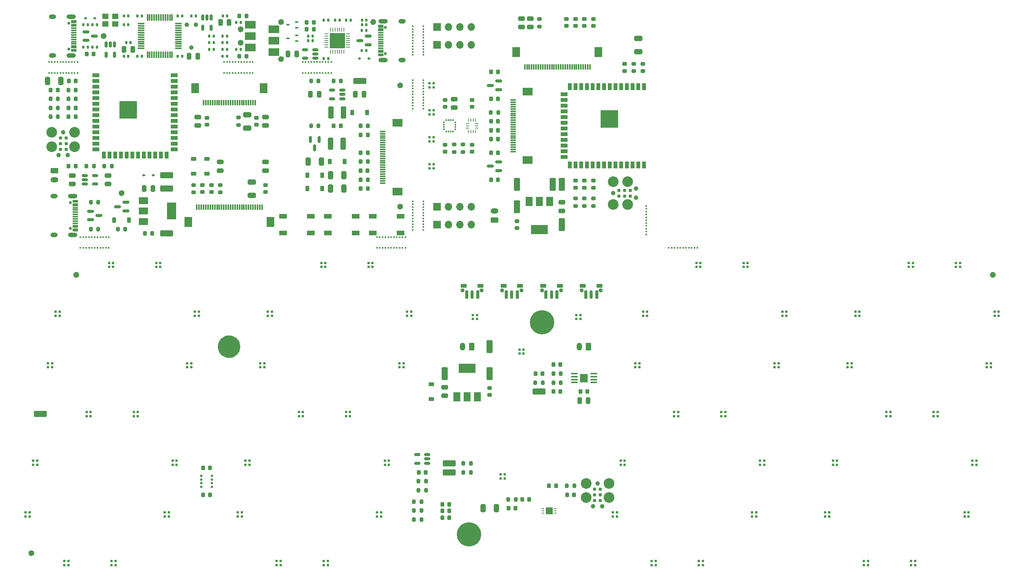
<source format=gbr>
G04 #@! TF.GenerationSoftware,KiCad,Pcbnew,7.0.4-40-g0180cb380f*
G04 #@! TF.CreationDate,2023-05-29T16:48:42-07:00*
G04 #@! TF.ProjectId,SevenSegment,53657665-6e53-4656-976d-656e742e6b69,rev?*
G04 #@! TF.SameCoordinates,Original*
G04 #@! TF.FileFunction,Soldermask,Top*
G04 #@! TF.FilePolarity,Negative*
%FSLAX46Y46*%
G04 Gerber Fmt 4.6, Leading zero omitted, Abs format (unit mm)*
G04 Created by KiCad (PCBNEW 7.0.4-40-g0180cb380f) date 2023-05-29 16:48:42*
%MOMM*%
%LPD*%
G01*
G04 APERTURE LIST*
G04 Aperture macros list*
%AMRoundRect*
0 Rectangle with rounded corners*
0 $1 Rounding radius*
0 $2 $3 $4 $5 $6 $7 $8 $9 X,Y pos of 4 corners*
0 Add a 4 corners polygon primitive as box body*
4,1,4,$2,$3,$4,$5,$6,$7,$8,$9,$2,$3,0*
0 Add four circle primitives for the rounded corners*
1,1,$1+$1,$2,$3*
1,1,$1+$1,$4,$5*
1,1,$1+$1,$6,$7*
1,1,$1+$1,$8,$9*
0 Add four rect primitives between the rounded corners*
20,1,$1+$1,$2,$3,$4,$5,0*
20,1,$1+$1,$4,$5,$6,$7,0*
20,1,$1+$1,$6,$7,$8,$9,0*
20,1,$1+$1,$8,$9,$2,$3,0*%
G04 Aperture macros list end*
%ADD10C,0.650000*%
%ADD11C,2.500000*%
%ADD12C,0.380000*%
%ADD13C,0.600000*%
%ADD14R,3.900000X3.900000*%
%ADD15R,1.500000X0.900000*%
%ADD16R,0.900000X1.500000*%
%ADD17R,0.500000X0.500000*%
%ADD18RoundRect,0.218750X0.256250X-0.218750X0.256250X0.218750X-0.256250X0.218750X-0.256250X-0.218750X0*%
%ADD19RoundRect,0.200000X-0.200000X-0.275000X0.200000X-0.275000X0.200000X0.275000X-0.200000X0.275000X0*%
%ADD20C,0.900000*%
%ADD21RoundRect,0.187500X0.187500X0.712500X-0.187500X0.712500X-0.187500X-0.712500X0.187500X-0.712500X0*%
%ADD22RoundRect,0.150000X0.150000X0.750000X-0.150000X0.750000X-0.150000X-0.750000X0.150000X-0.750000X0*%
%ADD23RoundRect,0.225000X0.425000X0.225000X-0.425000X0.225000X-0.425000X-0.225000X0.425000X-0.225000X0*%
%ADD24RoundRect,0.200000X0.200000X0.275000X-0.200000X0.275000X-0.200000X-0.275000X0.200000X-0.275000X0*%
%ADD25C,1.152000*%
%ADD26RoundRect,0.225000X0.225000X0.250000X-0.225000X0.250000X-0.225000X-0.250000X0.225000X-0.250000X0*%
%ADD27RoundRect,0.150000X0.512500X0.150000X-0.512500X0.150000X-0.512500X-0.150000X0.512500X-0.150000X0*%
%ADD28RoundRect,0.250000X0.375000X1.075000X-0.375000X1.075000X-0.375000X-1.075000X0.375000X-1.075000X0*%
%ADD29RoundRect,0.140000X-0.140000X-0.170000X0.140000X-0.170000X0.140000X0.170000X-0.140000X0.170000X0*%
%ADD30RoundRect,0.225000X-0.250000X0.225000X-0.250000X-0.225000X0.250000X-0.225000X0.250000X0.225000X0*%
%ADD31RoundRect,0.200000X-0.275000X0.200000X-0.275000X-0.200000X0.275000X-0.200000X0.275000X0.200000X0*%
%ADD32RoundRect,0.250000X0.250000X0.475000X-0.250000X0.475000X-0.250000X-0.475000X0.250000X-0.475000X0*%
%ADD33RoundRect,0.140000X0.140000X0.170000X-0.140000X0.170000X-0.140000X-0.170000X0.140000X-0.170000X0*%
%ADD34RoundRect,0.250000X-0.250000X-0.475000X0.250000X-0.475000X0.250000X0.475000X-0.250000X0.475000X0*%
%ADD35RoundRect,0.200000X0.275000X-0.200000X0.275000X0.200000X-0.275000X0.200000X-0.275000X-0.200000X0*%
%ADD36RoundRect,0.135000X-0.135000X-0.185000X0.135000X-0.185000X0.135000X0.185000X-0.135000X0.185000X0*%
%ADD37RoundRect,0.135000X0.135000X0.185000X-0.135000X0.185000X-0.135000X-0.185000X0.135000X-0.185000X0*%
%ADD38RoundRect,0.218750X0.218750X0.256250X-0.218750X0.256250X-0.218750X-0.256250X0.218750X-0.256250X0*%
%ADD39RoundRect,0.250000X-0.475000X0.250000X-0.475000X-0.250000X0.475000X-0.250000X0.475000X0.250000X0*%
%ADD40R,1.800000X1.100000*%
%ADD41RoundRect,0.225000X0.250000X-0.225000X0.250000X0.225000X-0.250000X0.225000X-0.250000X-0.225000X0*%
%ADD42RoundRect,0.250000X0.450000X-1.175000X0.450000X1.175000X-0.450000X1.175000X-0.450000X-1.175000X0*%
%ADD43C,0.800000*%
%ADD44C,5.400000*%
%ADD45RoundRect,0.250000X-1.175000X-0.450000X1.175000X-0.450000X1.175000X0.450000X-1.175000X0.450000X0*%
%ADD46RoundRect,0.250000X0.325000X0.650000X-0.325000X0.650000X-0.325000X-0.650000X0.325000X-0.650000X0*%
%ADD47RoundRect,0.225000X-0.225000X-0.250000X0.225000X-0.250000X0.225000X0.250000X-0.225000X0.250000X0*%
%ADD48RoundRect,0.218750X-0.218750X-0.256250X0.218750X-0.256250X0.218750X0.256250X-0.218750X0.256250X0*%
%ADD49RoundRect,0.250000X0.475000X-0.250000X0.475000X0.250000X-0.475000X0.250000X-0.475000X-0.250000X0*%
%ADD50R,0.250000X0.675000*%
%ADD51R,0.675000X0.250000*%
%ADD52R,1.700000X1.700000*%
%ADD53O,1.700000X1.700000*%
%ADD54C,2.374900*%
%ADD55C,0.990600*%
%ADD56C,0.787400*%
%ADD57RoundRect,0.150000X-0.150000X0.512500X-0.150000X-0.512500X0.150000X-0.512500X0.150000X0.512500X0*%
%ADD58RoundRect,0.225000X0.225000X0.375000X-0.225000X0.375000X-0.225000X-0.375000X0.225000X-0.375000X0*%
%ADD59RoundRect,0.150000X0.587500X0.150000X-0.587500X0.150000X-0.587500X-0.150000X0.587500X-0.150000X0*%
%ADD60RoundRect,0.125000X-0.137500X0.125000X-0.137500X-0.125000X0.137500X-0.125000X0.137500X0.125000X0*%
%ADD61RoundRect,0.225000X-0.375000X0.225000X-0.375000X-0.225000X0.375000X-0.225000X0.375000X0.225000X0*%
%ADD62RoundRect,0.100000X-0.625000X-0.100000X0.625000X-0.100000X0.625000X0.100000X-0.625000X0.100000X0*%
%ADD63R,1.680000X1.880000*%
%ADD64R,0.300000X0.450000*%
%ADD65R,0.450000X0.300000*%
%ADD66RoundRect,0.250000X-0.325000X-0.650000X0.325000X-0.650000X0.325000X0.650000X-0.325000X0.650000X0*%
%ADD67R,1.300000X0.300000*%
%ADD68R,2.200000X1.800000*%
%ADD69RoundRect,0.150000X-0.587500X-0.150000X0.587500X-0.150000X0.587500X0.150000X-0.587500X0.150000X0*%
%ADD70RoundRect,0.250000X0.650000X-0.325000X0.650000X0.325000X-0.650000X0.325000X-0.650000X-0.325000X0*%
%ADD71RoundRect,0.150000X-0.150000X0.587500X-0.150000X-0.587500X0.150000X-0.587500X0.150000X0.587500X0*%
%ADD72R,2.340000X1.700000*%
%ADD73RoundRect,0.112500X0.187500X0.112500X-0.187500X0.112500X-0.187500X-0.112500X0.187500X-0.112500X0*%
%ADD74RoundRect,0.062500X0.337500X0.062500X-0.337500X0.062500X-0.337500X-0.062500X0.337500X-0.062500X0*%
%ADD75RoundRect,0.062500X0.062500X0.337500X-0.062500X0.337500X-0.062500X-0.337500X0.062500X-0.337500X0*%
%ADD76R,3.350000X3.350000*%
%ADD77RoundRect,0.250000X0.625000X-0.350000X0.625000X0.350000X-0.625000X0.350000X-0.625000X-0.350000X0*%
%ADD78O,1.750000X1.200000*%
%ADD79C,0.650000*%
%ADD80R,1.150000X0.300000*%
%ADD81O,2.100000X1.000000*%
%ADD82O,1.600000X1.000000*%
%ADD83RoundRect,0.112500X-0.187500X-0.112500X0.187500X-0.112500X0.187500X0.112500X-0.187500X0.112500X0*%
%ADD84R,0.700000X0.450000*%
%ADD85R,1.800000X2.200000*%
%ADD86R,0.300000X1.300000*%
%ADD87RoundRect,0.150000X-0.512500X-0.150000X0.512500X-0.150000X0.512500X0.150000X-0.512500X0.150000X0*%
%ADD88RoundRect,0.250000X-0.375000X-1.075000X0.375000X-1.075000X0.375000X1.075000X-0.375000X1.075000X0*%
%ADD89RoundRect,0.225000X-0.225000X-0.375000X0.225000X-0.375000X0.225000X0.375000X-0.225000X0.375000X0*%
%ADD90R,2.000000X1.500000*%
%ADD91R,2.000000X3.800000*%
%ADD92RoundRect,0.075000X-0.662500X-0.075000X0.662500X-0.075000X0.662500X0.075000X-0.662500X0.075000X0*%
%ADD93RoundRect,0.075000X-0.075000X-0.662500X0.075000X-0.662500X0.075000X0.662500X-0.075000X0.662500X0*%
%ADD94RoundRect,0.225000X0.375000X-0.225000X0.375000X0.225000X-0.375000X0.225000X-0.375000X-0.225000X0*%
%ADD95R,1.500000X2.000000*%
%ADD96R,3.800000X2.000000*%
%ADD97RoundRect,0.250000X-0.625000X0.350000X-0.625000X-0.350000X0.625000X-0.350000X0.625000X0.350000X0*%
%ADD98R,0.550000X0.250000*%
%ADD99R,1.600000X1.600000*%
%ADD100R,1.400000X1.200000*%
%ADD101RoundRect,0.250000X-0.650000X0.325000X-0.650000X-0.325000X0.650000X-0.325000X0.650000X0.325000X0*%
%ADD102RoundRect,0.250000X0.350000X0.625000X-0.350000X0.625000X-0.350000X-0.625000X0.350000X-0.625000X0*%
%ADD103O,1.200000X1.750000*%
G04 APERTURE END LIST*
D10*
X-130755000Y-180200000D02*
G75*
G03*
X-130755000Y-180200000I-325000J0D01*
G01*
X-84175000Y-63500000D02*
G75*
G03*
X-84175000Y-63500000I-325000J0D01*
G01*
D11*
X-85830000Y-134200000D02*
G75*
G03*
X-85830000Y-134200000I-1250000J0D01*
G01*
D10*
X-48675000Y-76000000D02*
G75*
G03*
X-48675000Y-76000000I-325000J0D01*
G01*
X-114675000Y-65000000D02*
G75*
G03*
X-114675000Y-65000000I-325000J0D01*
G01*
X-75175000Y-61875000D02*
G75*
G03*
X-75175000Y-61875000I-325000J0D01*
G01*
X-84175000Y-66500000D02*
G75*
G03*
X-84175000Y-66500000I-325000J0D01*
G01*
X-54675000Y-61875000D02*
G75*
G03*
X-54675000Y-61875000I-325000J0D01*
G01*
X83245000Y-118200000D02*
G75*
G03*
X83245000Y-118200000I-325000J0D01*
G01*
X-75175000Y-70125000D02*
G75*
G03*
X-75175000Y-70125000I-325000J0D01*
G01*
X-120755000Y-118200000D02*
G75*
G03*
X-120755000Y-118200000I-325000J0D01*
G01*
X-110675000Y-100000000D02*
G75*
G03*
X-110675000Y-100000000I-325000J0D01*
G01*
X-48675000Y-103000000D02*
G75*
G03*
X-48675000Y-103000000I-325000J0D01*
G01*
D12*
X5810000Y-109175000D03*
X5810000Y-108540000D03*
X5810000Y-107905000D03*
X5810000Y-107270000D03*
X5810000Y-106635000D03*
X5810000Y-106000000D03*
X5810000Y-105365000D03*
X5810000Y-104730000D03*
X5810000Y-104095000D03*
X5810000Y-103460000D03*
X5810000Y-102825000D03*
X17175000Y-112190000D03*
X16540000Y-112190000D03*
X15905000Y-112190000D03*
X15270000Y-112190000D03*
X14635000Y-112190000D03*
X14000000Y-112190000D03*
X13365000Y-112190000D03*
X12730000Y-112190000D03*
X12095000Y-112190000D03*
X11460000Y-112190000D03*
X10825000Y-112190000D03*
D13*
X-108100000Y-82160000D03*
X-108100000Y-80760000D03*
X-108800000Y-82860000D03*
X-108800000Y-81460000D03*
X-108800000Y-80060000D03*
X-109500000Y-82160000D03*
D14*
X-109500000Y-81460000D03*
D13*
X-109500000Y-80760000D03*
X-110200000Y-82860000D03*
X-110200000Y-81460000D03*
X-110200000Y-80060000D03*
X-110900000Y-82160000D03*
X-110900000Y-80760000D03*
D15*
X-99250000Y-73740000D03*
X-99250000Y-75010000D03*
X-99250000Y-76280000D03*
X-99250000Y-77550000D03*
X-99250000Y-78820000D03*
X-99250000Y-80090000D03*
X-99250000Y-81360000D03*
X-99250000Y-82630000D03*
X-99250000Y-83900000D03*
X-99250000Y-85170000D03*
X-99250000Y-86440000D03*
X-99250000Y-87710000D03*
X-99250000Y-88980000D03*
X-99250000Y-90250000D03*
D16*
X-101015000Y-91500000D03*
X-102285000Y-91500000D03*
X-103555000Y-91500000D03*
X-104825000Y-91500000D03*
X-106095000Y-91500000D03*
X-107365000Y-91500000D03*
X-108635000Y-91500000D03*
X-109905000Y-91500000D03*
X-111175000Y-91500000D03*
X-112445000Y-91500000D03*
X-113715000Y-91500000D03*
X-114985000Y-91500000D03*
D15*
X-116750000Y-90250000D03*
X-116750000Y-88980000D03*
X-116750000Y-87710000D03*
X-116750000Y-86440000D03*
X-116750000Y-85170000D03*
X-116750000Y-83900000D03*
X-116750000Y-82630000D03*
X-116750000Y-81360000D03*
X-116750000Y-80090000D03*
X-116750000Y-78820000D03*
X-116750000Y-77550000D03*
X-116750000Y-76280000D03*
X-116750000Y-75010000D03*
X-116750000Y-73740000D03*
D12*
X-127175000Y-70810000D03*
X-126540000Y-70810000D03*
X-125905000Y-70810000D03*
X-125270000Y-70810000D03*
X-124635000Y-70810000D03*
X-124000000Y-70810000D03*
X-123365000Y-70810000D03*
X-122730000Y-70810000D03*
X-122095000Y-70810000D03*
X-121460000Y-70810000D03*
X-120825000Y-70810000D03*
X-120825000Y-73190000D03*
X-121460000Y-73190000D03*
X-122095000Y-73190000D03*
X-122730000Y-73190000D03*
X-123365000Y-73190000D03*
X-124000000Y-73190000D03*
X-124635000Y-73190000D03*
X-125270000Y-73190000D03*
X-125905000Y-73190000D03*
X-126540000Y-73190000D03*
X-127175000Y-73190000D03*
X-43810000Y-62825000D03*
X-43810000Y-63460000D03*
X-43810000Y-64095000D03*
X-43810000Y-64730000D03*
X-43810000Y-65365000D03*
X-43810000Y-66000000D03*
X-43810000Y-66635000D03*
X-43810000Y-67270000D03*
X-43810000Y-67905000D03*
X-43810000Y-68540000D03*
X-43810000Y-69175000D03*
X-46190000Y-62825000D03*
X-46190000Y-63460000D03*
X-46190000Y-64095000D03*
X-46190000Y-64730000D03*
X-46190000Y-65365000D03*
X-46190000Y-66000000D03*
X-46190000Y-66635000D03*
X-46190000Y-67270000D03*
X-46190000Y-67905000D03*
X-46190000Y-68540000D03*
X-46190000Y-69175000D03*
X-70675000Y-70810000D03*
X-70040000Y-70810000D03*
X-69405000Y-70810000D03*
X-68770000Y-70810000D03*
X-68135000Y-70810000D03*
X-67500000Y-70810000D03*
X-66865000Y-70810000D03*
X-66230000Y-70810000D03*
X-65595000Y-70810000D03*
X-64960000Y-70810000D03*
X-64325000Y-70810000D03*
X-64325000Y-73190000D03*
X-64960000Y-73190000D03*
X-65595000Y-73190000D03*
X-66230000Y-73190000D03*
X-66865000Y-73190000D03*
X-67500000Y-73190000D03*
X-68135000Y-73190000D03*
X-68770000Y-73190000D03*
X-69405000Y-73190000D03*
X-70040000Y-73190000D03*
X-70675000Y-73190000D03*
X-81825000Y-70810000D03*
X-82460000Y-70810000D03*
X-83095000Y-70810000D03*
X-83730000Y-70810000D03*
X-84365000Y-70810000D03*
X-85000000Y-70810000D03*
X-85635000Y-70810000D03*
X-86270000Y-70810000D03*
X-86905000Y-70810000D03*
X-87540000Y-70810000D03*
X-88175000Y-70810000D03*
X-88175000Y-73190000D03*
X-87540000Y-73190000D03*
X-86905000Y-73190000D03*
X-86270000Y-73190000D03*
X-85635000Y-73190000D03*
X-85000000Y-73190000D03*
X-84365000Y-73190000D03*
X-83730000Y-73190000D03*
X-83095000Y-73190000D03*
X-82460000Y-73190000D03*
X-81825000Y-73190000D03*
D16*
X5260000Y-76250000D03*
X3990000Y-76250000D03*
X2720000Y-76250000D03*
X1450000Y-76250000D03*
X180000Y-76250000D03*
X-1090000Y-76250000D03*
X-2360000Y-76250000D03*
X-3630000Y-76250000D03*
X-4900000Y-76250000D03*
X-6170000Y-76250000D03*
X-7440000Y-76250000D03*
X-8710000Y-76250000D03*
X-9980000Y-76250000D03*
X-11250000Y-76250000D03*
D15*
X-12500000Y-78015000D03*
X-12500000Y-79285000D03*
X-12500000Y-80555000D03*
X-12500000Y-81825000D03*
X-12500000Y-83095000D03*
X-12500000Y-84365000D03*
X-12500000Y-85635000D03*
X-12500000Y-86905000D03*
X-12500000Y-88175000D03*
X-12500000Y-89445000D03*
X-12500000Y-90715000D03*
X-12500000Y-91985000D03*
D16*
X-11250000Y-93750000D03*
X-9980000Y-93750000D03*
X-8710000Y-93750000D03*
X-7440000Y-93750000D03*
X-6170000Y-93750000D03*
X-4900000Y-93750000D03*
X-3630000Y-93750000D03*
X-2360000Y-93750000D03*
X-1090000Y-93750000D03*
X180000Y-93750000D03*
X1450000Y-93750000D03*
X2720000Y-93750000D03*
X3990000Y-93750000D03*
X5260000Y-93750000D03*
D13*
X-1760000Y-82100000D03*
X-3160000Y-82100000D03*
X-1060000Y-82800000D03*
X-2460000Y-82800000D03*
X-3860000Y-82800000D03*
X-1760000Y-83500000D03*
D14*
X-2460000Y-83500000D03*
D13*
X-3160000Y-83500000D03*
X-1060000Y-84200000D03*
X-2460000Y-84200000D03*
X-3860000Y-84200000D03*
X-1760000Y-84900000D03*
X-3160000Y-84900000D03*
D12*
X-43810000Y-101825000D03*
X-43810000Y-102460000D03*
X-43810000Y-103095000D03*
X-43810000Y-103730000D03*
X-43810000Y-104365000D03*
X-43810000Y-105000000D03*
X-43810000Y-105635000D03*
X-43810000Y-106270000D03*
X-43810000Y-106905000D03*
X-43810000Y-107540000D03*
X-43810000Y-108175000D03*
X-46190000Y-108175000D03*
X-46190000Y-107540000D03*
X-46190000Y-106905000D03*
X-46190000Y-106270000D03*
X-46190000Y-105635000D03*
X-46190000Y-105000000D03*
X-46190000Y-104365000D03*
X-46190000Y-103730000D03*
X-46190000Y-103095000D03*
X-46190000Y-102460000D03*
X-46190000Y-101825000D03*
X-54175000Y-112190000D03*
X-53540000Y-112190000D03*
X-52905000Y-112190000D03*
X-52270000Y-112190000D03*
X-51635000Y-112190000D03*
X-51000000Y-112190000D03*
X-50365000Y-112190000D03*
X-49730000Y-112190000D03*
X-49095000Y-112190000D03*
X-48460000Y-112190000D03*
X-47825000Y-112190000D03*
X-47825000Y-109810000D03*
X-48460000Y-109810000D03*
X-49095000Y-109810000D03*
X-49730000Y-109810000D03*
X-50365000Y-109810000D03*
X-51000000Y-109810000D03*
X-51635000Y-109810000D03*
X-52270000Y-109810000D03*
X-52905000Y-109810000D03*
X-53540000Y-109810000D03*
X-54175000Y-109810000D03*
X-113825000Y-112190000D03*
X-114460000Y-112190000D03*
X-115095000Y-112190000D03*
X-115730000Y-112190000D03*
X-116365000Y-112190000D03*
X-117000000Y-112190000D03*
X-117635000Y-112190000D03*
X-118270000Y-112190000D03*
X-118905000Y-112190000D03*
X-119540000Y-112190000D03*
X-120175000Y-112190000D03*
X-120175000Y-109810000D03*
X-119540000Y-109810000D03*
X-118905000Y-109810000D03*
X-118270000Y-109810000D03*
X-117635000Y-109810000D03*
X-117000000Y-109810000D03*
X-116365000Y-109810000D03*
X-115730000Y-109810000D03*
X-115095000Y-109810000D03*
X-114460000Y-109810000D03*
X-113825000Y-109810000D03*
X-43810000Y-81175000D03*
X-43810000Y-80540000D03*
X-43810000Y-79905000D03*
X-43810000Y-79270000D03*
X-43810000Y-78635000D03*
X-43810000Y-78000000D03*
X-43810000Y-77365000D03*
X-43810000Y-76730000D03*
X-43810000Y-76095000D03*
X-43810000Y-75460000D03*
X-43810000Y-74825000D03*
X-46190000Y-75460000D03*
X-46190000Y-79905000D03*
X-46190000Y-79270000D03*
X-46190000Y-78000000D03*
X-46190000Y-80540000D03*
X-46190000Y-77365000D03*
X-46190000Y-78635000D03*
X-46190000Y-76730000D03*
X-46190000Y-81175000D03*
X-46190000Y-76095000D03*
X-46190000Y-74825000D03*
D17*
X22470000Y-148750000D03*
X22470000Y-149650000D03*
X23370000Y-149650000D03*
X23370000Y-148750000D03*
X-132382000Y-172000000D03*
X-131482000Y-172000000D03*
X-131482000Y-171100000D03*
X-132382000Y-171100000D03*
D18*
X-10000000Y-98787500D03*
X-10000000Y-97212500D03*
D19*
X-11905000Y-165200000D03*
X-10255000Y-165200000D03*
D17*
X-42450000Y-88450000D03*
X-41550000Y-88450000D03*
X-41550000Y-87550000D03*
X-42450000Y-87550000D03*
D20*
X-13188000Y-121700000D03*
X-17438000Y-121700000D03*
D21*
X-14088000Y-122600000D03*
X-16538000Y-122600000D03*
D22*
X-15313000Y-122600000D03*
D23*
X-13463000Y-120650000D03*
X-17163000Y-120650000D03*
D24*
X-43255000Y-166200000D03*
X-44905000Y-166200000D03*
D25*
X-131080000Y-180200000D03*
D26*
X-13305000Y-138200000D03*
X-14855000Y-138200000D03*
D27*
X-64137500Y-78950000D03*
X-64137500Y-77050000D03*
X-61862500Y-77050000D03*
X-61862500Y-78000000D03*
X-61862500Y-78950000D03*
D17*
X-113800000Y-115550000D03*
X-113800000Y-116450000D03*
X-112900000Y-116450000D03*
X-112900000Y-115550000D03*
D28*
X-64450000Y-89000000D03*
X-61650000Y-89000000D03*
D24*
X-122825000Y-77000000D03*
X-121175000Y-77000000D03*
D29*
X-98480000Y-60500000D03*
X-97520000Y-60500000D03*
D30*
X-29080000Y-143425000D03*
X-29080000Y-144975000D03*
D17*
X16950000Y-115550000D03*
X16950000Y-116450000D03*
X17850000Y-116450000D03*
X17850000Y-115550000D03*
D24*
X-68825000Y-75000000D03*
X-67175000Y-75000000D03*
D25*
X-84500000Y-63500000D03*
D17*
X82498000Y-137900000D03*
X81598000Y-137900000D03*
X81598000Y-138800000D03*
X82498000Y-138800000D03*
D29*
X-57480000Y-61500000D03*
X-56520000Y-61500000D03*
D17*
X52322000Y-127300000D03*
X53222000Y-127300000D03*
X53222000Y-126400000D03*
X52322000Y-126400000D03*
X-125677000Y-127300000D03*
X-124777000Y-127300000D03*
X-124777000Y-126400000D03*
X-125677000Y-126400000D03*
D29*
X-57480000Y-62500000D03*
X-56520000Y-62500000D03*
D31*
X-85000000Y-84825000D03*
X-85000000Y-83175000D03*
D32*
X-68950000Y-78000000D03*
X-67050000Y-78000000D03*
D17*
X79242000Y-159600000D03*
X78342000Y-159600000D03*
X78342000Y-160500000D03*
X79242000Y-160500000D03*
D33*
X-106520000Y-60500000D03*
X-107480000Y-60500000D03*
D34*
X-73950000Y-69000000D03*
X-72050000Y-69000000D03*
D35*
X-37000000Y-90825000D03*
X-37000000Y-89175000D03*
D24*
X-44255000Y-170700000D03*
X-45905000Y-170700000D03*
D17*
X7890000Y-182850000D03*
X7890000Y-181950000D03*
X6990000Y-181950000D03*
X6990000Y-182850000D03*
D36*
X-91510000Y-68000000D03*
X-90490000Y-68000000D03*
D37*
X-118490000Y-67500000D03*
X-119510000Y-67500000D03*
D24*
X-44255000Y-172700000D03*
X-45905000Y-172700000D03*
D33*
X-60020000Y-61500000D03*
X-60980000Y-61500000D03*
D38*
X-117212500Y-69000000D03*
X-118787500Y-69000000D03*
D17*
X-80153000Y-138800000D03*
X-79253000Y-138800000D03*
X-79253000Y-137900000D03*
X-80153000Y-137900000D03*
D39*
X-37000000Y-79050000D03*
X-37000000Y-80950000D03*
D27*
X-67862500Y-69950000D03*
X-67862500Y-69000000D03*
X-67862500Y-68050000D03*
X-70137500Y-68050000D03*
X-70137500Y-69950000D03*
D19*
X-44905000Y-164200000D03*
X-43255000Y-164200000D03*
X-14905000Y-142200000D03*
X-13255000Y-142200000D03*
D17*
X69720000Y-148750000D03*
X69720000Y-149650000D03*
X70620000Y-149650000D03*
X70620000Y-148750000D03*
D20*
X-22022000Y-121700000D03*
X-26272000Y-121700000D03*
D21*
X-22922000Y-122600000D03*
X-25372000Y-122600000D03*
D22*
X-24147000Y-122600000D03*
D23*
X-22297000Y-120650000D03*
X-25997000Y-120650000D03*
D17*
X64200000Y-115550000D03*
X64200000Y-116450000D03*
X65100000Y-116450000D03*
X65100000Y-115550000D03*
D40*
X-68900000Y-108850000D03*
X-75100000Y-108850000D03*
X-68900000Y-105150000D03*
X-75100000Y-105150000D03*
D17*
X-130658000Y-160500000D03*
X-129758000Y-160500000D03*
X-129758000Y-159600000D03*
X-130658000Y-159600000D03*
X-71530000Y-148750000D03*
X-71530000Y-149650000D03*
X-70630000Y-149650000D03*
X-70630000Y-148750000D03*
X50597000Y-138800000D03*
X51497000Y-138800000D03*
X51497000Y-137900000D03*
X50597000Y-137900000D03*
X-51508000Y-159600000D03*
X-52408000Y-159600000D03*
X-52408000Y-160500000D03*
X-51508000Y-160500000D03*
X-53233000Y-171100000D03*
X-54133000Y-171100000D03*
X-54133000Y-172000000D03*
X-53233000Y-172000000D03*
D37*
X-84490000Y-62000000D03*
X-85510000Y-62000000D03*
D41*
X-10000000Y-62775000D03*
X-10000000Y-61225000D03*
D42*
X-15000000Y-98000000D03*
D43*
X-19405000Y-128780000D03*
X-18811891Y-127348109D03*
X-18811891Y-130211891D03*
X-17380000Y-126755000D03*
D44*
X-17380000Y-128780000D03*
D43*
X-17380000Y-130805000D03*
X-15948109Y-127348109D03*
X-15948109Y-130211891D03*
X-15355000Y-128780000D03*
D45*
X-101000000Y-109000000D03*
D32*
X-105950000Y-99000000D03*
X-104050000Y-99000000D03*
D46*
X-69475000Y-93000000D03*
X-66525000Y-93000000D03*
D47*
X-28775000Y-79000000D03*
X-27225000Y-79000000D03*
D40*
X-58900000Y-108850000D03*
X-65100000Y-108850000D03*
X-58900000Y-105150000D03*
X-65100000Y-105150000D03*
D34*
X-88950000Y-62000000D03*
X-87050000Y-62000000D03*
D48*
X-121212500Y-79000000D03*
X-122787500Y-79000000D03*
D39*
X-94000000Y-84950000D03*
X-94000000Y-83050000D03*
D26*
X-27225000Y-86000000D03*
X-28775000Y-86000000D03*
D17*
X36973000Y-126400000D03*
X36073000Y-126400000D03*
X36073000Y-127300000D03*
X36973000Y-127300000D03*
D49*
X-122000000Y-96050000D03*
X-122000000Y-97950000D03*
D17*
X-32790000Y-127150000D03*
X-32790000Y-128050000D03*
X-31890000Y-128050000D03*
X-31890000Y-127150000D03*
D47*
X-44855000Y-162200000D03*
X-43305000Y-162200000D03*
D50*
X-33750000Y-86262500D03*
X-33250000Y-86262500D03*
X-32750000Y-86262500D03*
X-32250000Y-86262500D03*
D51*
X-31987500Y-85500000D03*
X-31987500Y-85000000D03*
X-31987500Y-84500000D03*
D50*
X-32250000Y-83737500D03*
X-32750000Y-83737500D03*
X-33250000Y-83737500D03*
X-33750000Y-83737500D03*
D51*
X-34012500Y-84500000D03*
X-34012500Y-85000000D03*
X-34012500Y-85500000D03*
D19*
X-67175000Y-85000000D03*
X-68825000Y-85000000D03*
X-110175000Y-108000000D03*
X-111825000Y-108000000D03*
D52*
X-40800000Y-107000000D03*
D53*
X-38260000Y-107000000D03*
X-35720000Y-107000000D03*
X-33180000Y-107000000D03*
D35*
X-89000000Y-98175000D03*
X-89000000Y-99825000D03*
D33*
X-106520000Y-69500000D03*
X-107480000Y-69500000D03*
D17*
X-1632000Y-172000000D03*
X-732000Y-172000000D03*
X-732000Y-171100000D03*
X-1632000Y-171100000D03*
D54*
X-1540000Y-97460000D03*
D55*
X-1540000Y-100000000D03*
D54*
X-1540000Y-102540000D03*
X1635000Y-97460000D03*
X1635000Y-102540000D03*
D55*
X3540000Y-98984000D03*
X3540000Y-101016000D03*
D56*
X-270000Y-100635000D03*
X-270000Y-99365000D03*
X1000000Y-100635000D03*
X1000000Y-99365000D03*
X2270000Y-100635000D03*
X2270000Y-99365000D03*
D57*
X-91050000Y-60862500D03*
X-92000000Y-60862500D03*
X-92950000Y-60862500D03*
X-92950000Y-63137500D03*
X-91050000Y-63137500D03*
X-112550000Y-66862500D03*
X-113500000Y-66862500D03*
X-114450000Y-66862500D03*
X-114450000Y-69137500D03*
X-112550000Y-69137500D03*
D58*
X-59650000Y-82000000D03*
X-56350000Y-82000000D03*
D45*
X-38080000Y-160200000D03*
D24*
X-33255000Y-162200000D03*
X-34905000Y-162200000D03*
D52*
X-40800000Y-63000000D03*
D53*
X-38260000Y-63000000D03*
X-35720000Y-63000000D03*
X-33180000Y-63000000D03*
D32*
X-7130000Y-146200000D03*
X-9030000Y-146200000D03*
D36*
X-63510000Y-61500000D03*
X-62490000Y-61500000D03*
D47*
X-15855000Y-165200000D03*
X-14305000Y-165200000D03*
D38*
X-68212500Y-62000000D03*
X-69787500Y-62000000D03*
D26*
X-57775000Y-93000000D03*
X-56225000Y-93000000D03*
D17*
X45617000Y-172000000D03*
X46517000Y-172000000D03*
X46517000Y-171100000D03*
X45617000Y-171100000D03*
D59*
X-27062500Y-94950000D03*
X-27062500Y-93050000D03*
X-28937500Y-94000000D03*
D17*
X-46528000Y-126400000D03*
X-47428000Y-126400000D03*
X-47428000Y-127300000D03*
X-46528000Y-127300000D03*
D24*
X-117825000Y-108000000D03*
X-116175000Y-108000000D03*
D17*
X-9790000Y-127150000D03*
X-9790000Y-128050000D03*
X-8890000Y-128050000D03*
X-8890000Y-127150000D03*
D41*
X-79000000Y-98225000D03*
X-79000000Y-99775000D03*
D26*
X-7305000Y-144200000D03*
X-8855000Y-144200000D03*
D24*
X-44255000Y-168700000D03*
X-45905000Y-168700000D03*
D35*
X-95000000Y-98175000D03*
X-95000000Y-99825000D03*
D26*
X-17305000Y-140200000D03*
X-18855000Y-140200000D03*
D24*
X-117825000Y-102000000D03*
X-116175000Y-102000000D03*
D17*
X-25715000Y-162650000D03*
X-26615000Y-162650000D03*
X-26615000Y-163550000D03*
X-25715000Y-163550000D03*
D42*
X-23000000Y-103000000D03*
D17*
X31993000Y-159600000D03*
X31093000Y-159600000D03*
X31093000Y-160500000D03*
X31993000Y-160500000D03*
X-85133000Y-172000000D03*
X-84233000Y-172000000D03*
X-84233000Y-171100000D03*
X-85133000Y-171100000D03*
D37*
X-116490000Y-62500000D03*
X-117510000Y-62500000D03*
D56*
X-123365000Y-90270000D03*
X-124635000Y-90270000D03*
X-123365000Y-89000000D03*
X-124635000Y-89000000D03*
X-123365000Y-87730000D03*
X-124635000Y-87730000D03*
D55*
X-125016000Y-91540000D03*
X-122984000Y-91540000D03*
D54*
X-126540000Y-89635000D03*
X-121460000Y-89635000D03*
X-126540000Y-86460000D03*
D55*
X-124000000Y-86460000D03*
D54*
X-121460000Y-86460000D03*
D19*
X-24905000Y-168200000D03*
X-23255000Y-168200000D03*
D60*
X-90892500Y-163000000D03*
X-90892500Y-163800000D03*
X-90892500Y-164600000D03*
X-90892500Y-165400000D03*
X-93267500Y-165400000D03*
X-93267500Y-164600000D03*
X-93267500Y-163800000D03*
X-93267500Y-163000000D03*
D17*
X-118780000Y-148750000D03*
X-118780000Y-149650000D03*
X-117880000Y-149650000D03*
X-117880000Y-148750000D03*
D61*
X-42080000Y-142550000D03*
X-42080000Y-145850000D03*
D42*
X-29080000Y-140200000D03*
D62*
X-10230000Y-140225000D03*
X-10230000Y-140875000D03*
X-10230000Y-141525000D03*
X-10230000Y-142175000D03*
X-5930000Y-142175000D03*
X-5930000Y-141525000D03*
X-5930000Y-140875000D03*
X-5930000Y-140225000D03*
D63*
X-8080000Y-141200000D03*
D17*
X74700000Y-115550000D03*
X74700000Y-116450000D03*
X75600000Y-116450000D03*
X75600000Y-115550000D03*
D41*
X-12000000Y-62775000D03*
X-12000000Y-61225000D03*
D20*
X-30855000Y-121700000D03*
X-35105000Y-121700000D03*
D21*
X-31755000Y-122600000D03*
X-34205000Y-122600000D03*
D22*
X-32980000Y-122600000D03*
D23*
X-31130000Y-120650000D03*
X-34830000Y-120650000D03*
D37*
X-84490000Y-68000000D03*
X-85510000Y-68000000D03*
D64*
X-38750000Y-86275000D03*
X-38250000Y-86275000D03*
X-37750000Y-86275000D03*
X-37250000Y-86275000D03*
D65*
X-36725000Y-85750000D03*
X-36725000Y-85250000D03*
X-36725000Y-84750000D03*
X-36725000Y-84250000D03*
D64*
X-37250000Y-83725000D03*
X-37750000Y-83725000D03*
X-38250000Y-83725000D03*
X-38750000Y-83725000D03*
D65*
X-39275000Y-84250000D03*
X-39275000Y-84750000D03*
X-39275000Y-85250000D03*
X-39275000Y-85750000D03*
D37*
X-68490000Y-65000000D03*
X-69510000Y-65000000D03*
D36*
X-66010000Y-61500000D03*
X-64990000Y-61500000D03*
D26*
X-13305000Y-144200000D03*
X-14855000Y-144200000D03*
D37*
X-118490000Y-62500000D03*
X-119510000Y-62500000D03*
D66*
X-61525000Y-99000000D03*
X-64475000Y-99000000D03*
D67*
X-23850000Y-90750000D03*
X-23850000Y-90250000D03*
X-23850000Y-89750000D03*
X-23850000Y-89250000D03*
X-23850000Y-88750000D03*
X-23850000Y-88250000D03*
X-23850000Y-87750000D03*
X-23850000Y-87250000D03*
X-23850000Y-86750000D03*
X-23850000Y-86250000D03*
X-23850000Y-85750000D03*
X-23850000Y-85250000D03*
X-23850000Y-84750000D03*
X-23850000Y-84250000D03*
X-23850000Y-83750000D03*
X-23850000Y-83250000D03*
X-23850000Y-82750000D03*
X-23850000Y-82250000D03*
X-23850000Y-81750000D03*
X-23850000Y-81250000D03*
X-23850000Y-80750000D03*
X-23850000Y-80250000D03*
X-23850000Y-79750000D03*
X-23850000Y-79250000D03*
D68*
X-20600000Y-92650000D03*
X-20600000Y-77350000D03*
D26*
X-126775000Y-77000000D03*
X-125225000Y-77000000D03*
D69*
X-118937500Y-64050000D03*
X-118937500Y-65950000D03*
X-117062500Y-65000000D03*
D25*
X-49000000Y-76000000D03*
D36*
X-57510000Y-63750000D03*
X-56490000Y-63750000D03*
D35*
X-18000000Y-62875000D03*
X-18000000Y-61225000D03*
D42*
X-39080000Y-140200000D03*
D36*
X-88510000Y-69500000D03*
X-87490000Y-69500000D03*
D19*
X-113175000Y-94000000D03*
X-114825000Y-94000000D03*
D25*
X-115000000Y-65000000D03*
D47*
X-56225000Y-85000000D03*
X-57775000Y-85000000D03*
D38*
X-68212500Y-63500000D03*
X-69787500Y-63500000D03*
D70*
X-82000000Y-97525000D03*
X-82000000Y-100475000D03*
D17*
X30268000Y-171100000D03*
X29368000Y-171100000D03*
X29368000Y-172000000D03*
X30268000Y-172000000D03*
D71*
X-68000000Y-89937500D03*
X-68950000Y-88062500D03*
X-67050000Y-88062500D03*
D72*
X-77130000Y-68545000D03*
X-77130000Y-66005000D03*
X-77130000Y-63465000D03*
D26*
X-57775000Y-87000000D03*
X-56225000Y-87000000D03*
D73*
X-55950000Y-70000000D03*
X-58050000Y-70000000D03*
D74*
X-60550000Y-67500000D03*
X-60550000Y-67000000D03*
X-60550000Y-66500000D03*
X-60550000Y-66000000D03*
X-60550000Y-65500000D03*
X-60550000Y-65000000D03*
X-60550000Y-64500000D03*
D75*
X-61500000Y-63550000D03*
X-62000000Y-63550000D03*
X-62500000Y-63550000D03*
X-63000000Y-63550000D03*
X-63500000Y-63550000D03*
X-64000000Y-63550000D03*
X-64500000Y-63550000D03*
D74*
X-65450000Y-64500000D03*
X-65450000Y-65000000D03*
X-65450000Y-65500000D03*
X-65450000Y-66000000D03*
X-65450000Y-66500000D03*
X-65450000Y-67000000D03*
X-65450000Y-67500000D03*
D75*
X-64500000Y-68450000D03*
X-64000000Y-68450000D03*
X-63500000Y-68450000D03*
X-63000000Y-68450000D03*
X-62500000Y-68450000D03*
X-62000000Y-68450000D03*
X-61500000Y-68450000D03*
D76*
X-63000000Y-66000000D03*
D29*
X-65980000Y-70000000D03*
X-65020000Y-70000000D03*
D31*
X3000000Y-71175000D03*
X3000000Y-72825000D03*
D25*
X-75500000Y-61875000D03*
D59*
X-56062500Y-66950000D03*
X-56062500Y-65050000D03*
X-57937500Y-66000000D03*
D36*
X-91510000Y-66500000D03*
X-90490000Y-66500000D03*
D77*
X-28000000Y-106000000D03*
D78*
X-28000000Y-104000000D03*
D17*
X-61030000Y-148750000D03*
X-61030000Y-149650000D03*
X-60130000Y-149650000D03*
X-60130000Y-148750000D03*
X93000Y-160500000D03*
X993000Y-160500000D03*
X993000Y-159600000D03*
X93000Y-159600000D03*
D58*
X-64650000Y-93000000D03*
X-61350000Y-93000000D03*
D17*
X55140000Y-182850000D03*
X55140000Y-181950000D03*
X54240000Y-181950000D03*
X54240000Y-182850000D03*
D79*
X-52280000Y-68890000D03*
X-52280000Y-63110000D03*
D80*
X-53345000Y-69350000D03*
X-53345000Y-68550000D03*
X-53345000Y-67250000D03*
X-53345000Y-66250000D03*
X-53345000Y-65750000D03*
X-53345000Y-64750000D03*
X-53345000Y-63450000D03*
X-53345000Y-62650000D03*
X-53345000Y-62950000D03*
X-53345000Y-63750000D03*
X-53345000Y-64250000D03*
X-53345000Y-65250000D03*
X-53345000Y-66750000D03*
X-53345000Y-67750000D03*
X-53345000Y-68250000D03*
X-53345000Y-69050000D03*
D81*
X-52780000Y-70320000D03*
D82*
X-48600000Y-70320000D03*
D81*
X-52780000Y-61680000D03*
D82*
X-48600000Y-61680000D03*
D17*
X47342000Y-160500000D03*
X48242000Y-160500000D03*
X48242000Y-159600000D03*
X47342000Y-159600000D03*
D83*
X-119050000Y-61000000D03*
X-116950000Y-61000000D03*
D52*
X-40800000Y-103000000D03*
D53*
X-38260000Y-103000000D03*
X-35720000Y-103000000D03*
X-33180000Y-103000000D03*
D59*
X-27062500Y-76950000D03*
X-27062500Y-75050000D03*
X-28937500Y-76000000D03*
D24*
X-63825000Y-75000000D03*
X-62175000Y-75000000D03*
D29*
X-88480000Y-60500000D03*
X-87520000Y-60500000D03*
D43*
X-35705000Y-176000000D03*
X-35111891Y-174568109D03*
X-35111891Y-177431891D03*
X-33680000Y-173975000D03*
D44*
X-33680000Y-176000000D03*
D43*
X-33680000Y-178025000D03*
X-32248109Y-174568109D03*
X-32248109Y-177431891D03*
X-31655000Y-176000000D03*
D37*
X-87490000Y-65000000D03*
X-88510000Y-65000000D03*
D49*
X-89000000Y-93050000D03*
X-89000000Y-94950000D03*
D17*
X77517000Y-171100000D03*
X76617000Y-171100000D03*
X76617000Y-172000000D03*
X77517000Y-172000000D03*
X35248000Y-137900000D03*
X34348000Y-137900000D03*
X34348000Y-138800000D03*
X35248000Y-138800000D03*
D49*
X-20000000Y-63000000D03*
X-20000000Y-61100000D03*
D32*
X-58950000Y-78000000D03*
X-57050000Y-78000000D03*
D84*
X-72000000Y-66150000D03*
X-72000000Y-64850000D03*
X-74000000Y-65500000D03*
D17*
X-48253000Y-137900000D03*
X-49153000Y-137900000D03*
X-49153000Y-138800000D03*
X-48253000Y-138800000D03*
D48*
X-121212500Y-81000000D03*
X-122787500Y-81000000D03*
D17*
X-56050000Y-115550000D03*
X-56050000Y-116450000D03*
X-55150000Y-116450000D03*
X-55150000Y-115550000D03*
D46*
X-27605000Y-170200000D03*
X-30555000Y-170200000D03*
D17*
X18390000Y-182850000D03*
X18390000Y-181950000D03*
X17490000Y-181950000D03*
X17490000Y-182850000D03*
D26*
X-57775000Y-99000000D03*
X-56225000Y-99000000D03*
D42*
X-13000000Y-107000000D03*
D39*
X-79000000Y-84950000D03*
X-79000000Y-83050000D03*
D36*
X-95510000Y-60500000D03*
X-94490000Y-60500000D03*
D49*
X-22000000Y-63000000D03*
X-22000000Y-61100000D03*
D41*
X-6000000Y-62775000D03*
X-6000000Y-61225000D03*
D17*
X-100482000Y-171100000D03*
X-101382000Y-171100000D03*
X-101382000Y-172000000D03*
X-100482000Y-172000000D03*
D46*
X-64475000Y-96000000D03*
X-61525000Y-96000000D03*
D17*
X27450000Y-115550000D03*
X27450000Y-116450000D03*
X28350000Y-116450000D03*
X28350000Y-115550000D03*
D85*
X-77850000Y-106400000D03*
X-96150000Y-106400000D03*
D86*
X-79750000Y-103150000D03*
X-80250000Y-103150000D03*
X-80750000Y-103150000D03*
X-81250000Y-103150000D03*
X-81750000Y-103150000D03*
X-82250000Y-103150000D03*
X-82750000Y-103150000D03*
X-83250000Y-103150000D03*
X-83750000Y-103150000D03*
X-84250000Y-103150000D03*
X-84750000Y-103150000D03*
X-85250000Y-103150000D03*
X-85750000Y-103150000D03*
X-86250000Y-103150000D03*
X-86750000Y-103150000D03*
X-87250000Y-103150000D03*
X-87750000Y-103150000D03*
X-88250000Y-103150000D03*
X-88750000Y-103150000D03*
X-89250000Y-103150000D03*
X-89750000Y-103150000D03*
X-90250000Y-103150000D03*
X-90750000Y-103150000D03*
X-91250000Y-103150000D03*
X-91750000Y-103150000D03*
X-92250000Y-103150000D03*
X-92750000Y-103150000D03*
X-93250000Y-103150000D03*
X-93750000Y-103150000D03*
X-94250000Y-103150000D03*
D31*
X-8000000Y-101175000D03*
X-8000000Y-102825000D03*
D30*
X-81000000Y-84775000D03*
X-81000000Y-83225000D03*
D45*
X-129080000Y-149200000D03*
D48*
X-39607500Y-172300000D03*
X-38032500Y-172300000D03*
D87*
X-116862500Y-96050000D03*
X-116862500Y-97950000D03*
X-119137500Y-97950000D03*
X-119137500Y-97000000D03*
X-119137500Y-96050000D03*
D88*
X-61600000Y-82000000D03*
X-64400000Y-82000000D03*
D47*
X-92855000Y-167200000D03*
X-91305000Y-167200000D03*
D48*
X-39607500Y-169300000D03*
X-38032500Y-169300000D03*
D24*
X-126825000Y-79000000D03*
X-125175000Y-79000000D03*
X-33255000Y-160200000D03*
X-34905000Y-160200000D03*
D25*
X-84500000Y-66500000D03*
D31*
X-10000000Y-101175000D03*
X-10000000Y-102825000D03*
D26*
X-63775000Y-85000000D03*
X-62225000Y-85000000D03*
X-27225000Y-73000000D03*
X-28775000Y-73000000D03*
D30*
X-39000000Y-89225000D03*
X-39000000Y-90775000D03*
D82*
X-126075000Y-109320000D03*
D81*
X-121895000Y-109320000D03*
D82*
X-126075000Y-100680000D03*
D81*
X-121895000Y-100680000D03*
D80*
X-121330000Y-101950000D03*
X-121330000Y-102750000D03*
X-121330000Y-103250000D03*
X-121330000Y-104250000D03*
X-121330000Y-105750000D03*
X-121330000Y-106750000D03*
X-121330000Y-107250000D03*
X-121330000Y-108050000D03*
X-121330000Y-108350000D03*
X-121330000Y-107550000D03*
X-121330000Y-106250000D03*
X-121330000Y-105250000D03*
X-121330000Y-104750000D03*
X-121330000Y-103750000D03*
X-121330000Y-102450000D03*
X-121330000Y-101650000D03*
D79*
X-122395000Y-107890000D03*
X-122395000Y-102110000D03*
D19*
X-14905000Y-140200000D03*
X-13255000Y-140200000D03*
D17*
X-93777000Y-126400000D03*
X-94677000Y-126400000D03*
X-94677000Y-127300000D03*
X-93777000Y-127300000D03*
D41*
X-91000000Y-98225000D03*
X-91000000Y-99775000D03*
D17*
X-65110000Y-182850000D03*
X-65110000Y-181950000D03*
X-66010000Y-181950000D03*
X-66010000Y-182850000D03*
D86*
X-6750000Y-71850000D03*
X-7250000Y-71850000D03*
X-7750000Y-71850000D03*
X-8250000Y-71850000D03*
X-8750000Y-71850000D03*
X-9250000Y-71850000D03*
X-9750000Y-71850000D03*
X-10250000Y-71850000D03*
X-10750000Y-71850000D03*
X-11250000Y-71850000D03*
X-11750000Y-71850000D03*
X-12250000Y-71850000D03*
X-12750000Y-71850000D03*
X-13250000Y-71850000D03*
X-13750000Y-71850000D03*
X-14250000Y-71850000D03*
X-14750000Y-71850000D03*
X-15250000Y-71850000D03*
X-15750000Y-71850000D03*
X-16250000Y-71850000D03*
X-16750000Y-71850000D03*
X-17250000Y-71850000D03*
X-17750000Y-71850000D03*
X-18250000Y-71850000D03*
X-18750000Y-71850000D03*
X-19250000Y-71850000D03*
X-19750000Y-71850000D03*
X-20250000Y-71850000D03*
X-20750000Y-71850000D03*
X-21250000Y-71850000D03*
D85*
X-4850000Y-68600000D03*
X-23150000Y-68600000D03*
D33*
X-109520000Y-62500000D03*
X-110480000Y-62500000D03*
D41*
X5000000Y-72775000D03*
X5000000Y-71225000D03*
D17*
X-95502000Y-137900000D03*
X-96402000Y-137900000D03*
X-96402000Y-138800000D03*
X-95502000Y-138800000D03*
D24*
X-126825000Y-83000000D03*
X-125175000Y-83000000D03*
D58*
X-112650000Y-106000000D03*
X-109350000Y-106000000D03*
D40*
X-48900000Y-108850000D03*
X-55100000Y-108850000D03*
X-48900000Y-105150000D03*
X-55100000Y-105150000D03*
D25*
X-55000000Y-61875000D03*
D89*
X-66350000Y-99000000D03*
X-69650000Y-99000000D03*
D48*
X-84787500Y-69500000D03*
X-83212500Y-69500000D03*
D17*
X-108280000Y-148750000D03*
X-108280000Y-149650000D03*
X-107380000Y-149650000D03*
X-107380000Y-148750000D03*
D42*
X-29080000Y-134200000D03*
D84*
X-72000000Y-63150000D03*
X-72000000Y-61850000D03*
X-74000000Y-62500000D03*
D18*
X-6000000Y-98787500D03*
X-6000000Y-97212500D03*
D45*
X-101000000Y-96000000D03*
D24*
X-126825000Y-81000000D03*
X-125175000Y-81000000D03*
D35*
X-35000000Y-90825000D03*
X-35000000Y-89175000D03*
D42*
X-13000000Y-98000000D03*
D26*
X-57775000Y-91000000D03*
X-56225000Y-91000000D03*
D48*
X-39607500Y-170800000D03*
X-38032500Y-170800000D03*
D17*
X-112360000Y-182850000D03*
X-112360000Y-181950000D03*
X-113260000Y-181950000D03*
X-113260000Y-182850000D03*
D72*
X-82370000Y-62460000D03*
X-82370000Y-65000000D03*
X-82370000Y-67540000D03*
D26*
X-27225000Y-88000000D03*
X-28775000Y-88000000D03*
D90*
X-106150000Y-106300000D03*
D91*
X-99850000Y-104000000D03*
D90*
X-106150000Y-104000000D03*
X-106150000Y-101700000D03*
D17*
X-122860000Y-182850000D03*
X-122860000Y-181950000D03*
X-123760000Y-181950000D03*
X-123760000Y-182850000D03*
D37*
X-68490000Y-66000000D03*
X-69510000Y-66000000D03*
D17*
X84222000Y-126400000D03*
X83322000Y-126400000D03*
X83322000Y-127300000D03*
X84222000Y-127300000D03*
X-75610000Y-182850000D03*
X-75610000Y-181950000D03*
X-76510000Y-181950000D03*
X-76510000Y-182850000D03*
D92*
X-106662500Y-62250000D03*
X-106662500Y-62750000D03*
X-106662500Y-63250000D03*
X-106662500Y-63750000D03*
X-106662500Y-64250000D03*
X-106662500Y-64750000D03*
X-106662500Y-65250000D03*
X-106662500Y-65750000D03*
X-106662500Y-66250000D03*
X-106662500Y-66750000D03*
X-106662500Y-67250000D03*
X-106662500Y-67750000D03*
D93*
X-105250000Y-69162500D03*
X-104750000Y-69162500D03*
X-104250000Y-69162500D03*
X-103750000Y-69162500D03*
X-103250000Y-69162500D03*
X-102750000Y-69162500D03*
X-102250000Y-69162500D03*
X-101750000Y-69162500D03*
X-101250000Y-69162500D03*
X-100750000Y-69162500D03*
X-100250000Y-69162500D03*
X-99750000Y-69162500D03*
D92*
X-98337500Y-67750000D03*
X-98337500Y-67250000D03*
X-98337500Y-66750000D03*
X-98337500Y-66250000D03*
X-98337500Y-65750000D03*
X-98337500Y-65250000D03*
X-98337500Y-64750000D03*
X-98337500Y-64250000D03*
X-98337500Y-63750000D03*
X-98337500Y-63250000D03*
X-98337500Y-62750000D03*
X-98337500Y-62250000D03*
D93*
X-99750000Y-60837500D03*
X-100250000Y-60837500D03*
X-100750000Y-60837500D03*
X-101250000Y-60837500D03*
X-101750000Y-60837500D03*
X-102250000Y-60837500D03*
X-102750000Y-60837500D03*
X-103250000Y-60837500D03*
X-103750000Y-60837500D03*
X-104250000Y-60837500D03*
X-104750000Y-60837500D03*
X-105250000Y-60837500D03*
D17*
X65640000Y-182850000D03*
X65640000Y-181950000D03*
X64740000Y-181950000D03*
X64740000Y-182850000D03*
D36*
X-57510000Y-68250000D03*
X-56490000Y-68250000D03*
D17*
X-78428000Y-127300000D03*
X-77528000Y-127300000D03*
X-77528000Y-126400000D03*
X-78428000Y-126400000D03*
D30*
X-92000000Y-84775000D03*
X-92000000Y-83225000D03*
X-23000000Y-106225000D03*
X-23000000Y-107775000D03*
D47*
X-28775000Y-97000000D03*
X-27225000Y-97000000D03*
D37*
X-90490000Y-65000000D03*
X-91510000Y-65000000D03*
D69*
X-116062500Y-105000000D03*
X-117937500Y-105950000D03*
X-117937500Y-104050000D03*
D17*
X-103300000Y-115550000D03*
X-103300000Y-116450000D03*
X-102400000Y-116450000D03*
X-102400000Y-115550000D03*
D45*
X-18080000Y-144200000D03*
D20*
X-4355000Y-121700000D03*
X-8605000Y-121700000D03*
D21*
X-5255000Y-122600000D03*
X-7705000Y-122600000D03*
D22*
X-6480000Y-122600000D03*
D23*
X-4630000Y-120650000D03*
X-8330000Y-120650000D03*
D34*
X-110450000Y-68000000D03*
X-108550000Y-68000000D03*
D41*
X-33000000Y-80775000D03*
X-33000000Y-79225000D03*
X-8000000Y-62775000D03*
X-8000000Y-61225000D03*
D17*
X-42450000Y-76450000D03*
X-41550000Y-76450000D03*
X-41550000Y-75550000D03*
X-42450000Y-75550000D03*
D29*
X-110480000Y-60500000D03*
X-109520000Y-60500000D03*
D19*
X-28825000Y-82000000D03*
X-27175000Y-82000000D03*
D94*
X-92000000Y-92350000D03*
X-92000000Y-95650000D03*
D17*
X-21545000Y-134850000D03*
X-22445000Y-134850000D03*
X-22445000Y-135750000D03*
X-21545000Y-135750000D03*
D95*
X-15700000Y-101850000D03*
X-18000000Y-101850000D03*
D96*
X-18000000Y-108150000D03*
D95*
X-20300000Y-101850000D03*
D26*
X-122775000Y-75000000D03*
X-121225000Y-75000000D03*
D17*
X-127402000Y-138800000D03*
X-126502000Y-138800000D03*
X-126502000Y-137900000D03*
X-127402000Y-137900000D03*
D48*
X-121212500Y-83000000D03*
X-122787500Y-83000000D03*
D26*
X-57825000Y-95000000D03*
X-56275000Y-95000000D03*
D39*
X-39080000Y-143250000D03*
X-39080000Y-145150000D03*
D29*
X-98480000Y-69500000D03*
X-97520000Y-69500000D03*
D36*
X-88510000Y-66500000D03*
X-87490000Y-66500000D03*
D29*
X-109980000Y-66500000D03*
X-109020000Y-66500000D03*
D58*
X-69650000Y-96000000D03*
X-66350000Y-96000000D03*
D17*
X11970000Y-148750000D03*
X11970000Y-149650000D03*
X12870000Y-149650000D03*
X12870000Y-148750000D03*
X-66550000Y-115550000D03*
X-66550000Y-116450000D03*
X-65650000Y-116450000D03*
X-65650000Y-115550000D03*
X-98757000Y-159600000D03*
X-99657000Y-159600000D03*
X-99657000Y-160500000D03*
X-98757000Y-160500000D03*
X-42450000Y-94450000D03*
X-41550000Y-94450000D03*
X-41550000Y-93550000D03*
X-42450000Y-93550000D03*
D73*
X-106050000Y-96000000D03*
X-103950000Y-96000000D03*
D17*
X-42450000Y-82450000D03*
X-41550000Y-82450000D03*
X-41550000Y-81550000D03*
X-42450000Y-81550000D03*
D78*
X-125950000Y-97000000D03*
D97*
X-125950000Y-95000000D03*
D47*
X-56225000Y-97000000D03*
X-57775000Y-97000000D03*
D49*
X-13000000Y-103950000D03*
X-13000000Y-102050000D03*
D48*
X-84787500Y-60500000D03*
X-83212500Y-60500000D03*
D30*
X-33000000Y-89225000D03*
X-33000000Y-90775000D03*
D45*
X-58000000Y-75000000D03*
D19*
X-117175000Y-94000000D03*
X-118825000Y-94000000D03*
D29*
X-110480000Y-69500000D03*
X-109520000Y-69500000D03*
D98*
X-17200000Y-170300000D03*
X-17200000Y-170800000D03*
X-17200000Y-171300000D03*
X-14440000Y-171300000D03*
X-14440000Y-170800000D03*
X-14440000Y-170300000D03*
D99*
X-15820000Y-170800000D03*
D25*
X82920000Y-118200000D03*
D31*
X-6000000Y-101175000D03*
X-6000000Y-102825000D03*
D17*
X59220000Y-148750000D03*
X59220000Y-149650000D03*
X60120000Y-149650000D03*
X60120000Y-148750000D03*
D54*
X-2540000Y-164660000D03*
D55*
X-5080000Y-164660000D03*
D54*
X-7620000Y-164660000D03*
X-2540000Y-167835000D03*
X-7620000Y-167835000D03*
D55*
X-4064000Y-169740000D03*
X-6096000Y-169740000D03*
D56*
X-5715000Y-165930000D03*
X-4445000Y-165930000D03*
X-5715000Y-167200000D03*
X-4445000Y-167200000D03*
X-5715000Y-168470000D03*
X-4445000Y-168470000D03*
D27*
X-42942500Y-160150000D03*
X-42942500Y-159200000D03*
X-42942500Y-158250000D03*
X-45217500Y-158250000D03*
X-45217500Y-160150000D03*
D85*
X-94650000Y-76600000D03*
X-79350000Y-76600000D03*
D86*
X-92750000Y-79850000D03*
X-92250000Y-79850000D03*
X-91750000Y-79850000D03*
X-91250000Y-79850000D03*
X-90750000Y-79850000D03*
X-90250000Y-79850000D03*
X-89750000Y-79850000D03*
X-89250000Y-79850000D03*
X-88750000Y-79850000D03*
X-88250000Y-79850000D03*
X-87750000Y-79850000D03*
X-87250000Y-79850000D03*
X-86750000Y-79850000D03*
X-86250000Y-79850000D03*
X-85750000Y-79850000D03*
X-85250000Y-79850000D03*
X-84750000Y-79850000D03*
X-84250000Y-79850000D03*
X-83750000Y-79850000D03*
X-83250000Y-79850000D03*
X-82750000Y-79850000D03*
X-82250000Y-79850000D03*
X-81750000Y-79850000D03*
X-81250000Y-79850000D03*
D26*
X-105775000Y-109000000D03*
X-104225000Y-109000000D03*
X-27225000Y-91000000D03*
X-28775000Y-91000000D03*
D25*
X-75500000Y-70125000D03*
D36*
X-88510000Y-68000000D03*
X-87490000Y-68000000D03*
D30*
X-39000000Y-79225000D03*
X-39000000Y-80775000D03*
D25*
X-121080000Y-118200000D03*
D95*
X-36380000Y-145350000D03*
X-34080000Y-145350000D03*
D96*
X-34080000Y-139050000D03*
D95*
X-31780000Y-145350000D03*
D47*
X-92855000Y-161200000D03*
X-91305000Y-161200000D03*
D45*
X-101000000Y-99000000D03*
D66*
X-124525000Y-75000000D03*
X-127475000Y-75000000D03*
D47*
X-24855000Y-170200000D03*
X-23305000Y-170200000D03*
D17*
X-83408000Y-160500000D03*
X-82508000Y-160500000D03*
X-82508000Y-159600000D03*
X-83408000Y-159600000D03*
D70*
X4000000Y-68475000D03*
X4000000Y-65525000D03*
D45*
X-38080000Y-162200000D03*
D100*
X-112400000Y-60650000D03*
X-114600000Y-60650000D03*
X-114600000Y-62350000D03*
X-112400000Y-62350000D03*
D25*
X-111000000Y-100000000D03*
D41*
X-93000000Y-98225000D03*
X-93000000Y-99775000D03*
D42*
X-23000000Y-98000000D03*
D34*
X-95950000Y-69500000D03*
X-94050000Y-69500000D03*
D49*
X-114000000Y-96050000D03*
X-114000000Y-97950000D03*
D68*
X-49600000Y-84350000D03*
X-49600000Y-99650000D03*
D67*
X-52850000Y-86250000D03*
X-52850000Y-86750000D03*
X-52850000Y-87250000D03*
X-52850000Y-87750000D03*
X-52850000Y-88250000D03*
X-52850000Y-88750000D03*
X-52850000Y-89250000D03*
X-52850000Y-89750000D03*
X-52850000Y-90250000D03*
X-52850000Y-90750000D03*
X-52850000Y-91250000D03*
X-52850000Y-91750000D03*
X-52850000Y-92250000D03*
X-52850000Y-92750000D03*
X-52850000Y-93250000D03*
X-52850000Y-93750000D03*
X-52850000Y-94250000D03*
X-52850000Y-94750000D03*
X-52850000Y-95250000D03*
X-52850000Y-95750000D03*
X-52850000Y-96250000D03*
X-52850000Y-96750000D03*
X-52850000Y-97250000D03*
X-52850000Y-97750000D03*
D101*
X-83000000Y-85475000D03*
X-83000000Y-82525000D03*
D26*
X-10305000Y-167200000D03*
X-11855000Y-167200000D03*
D19*
X-18905000Y-142200000D03*
X-17255000Y-142200000D03*
D41*
X1000000Y-72775000D03*
X1000000Y-71225000D03*
D26*
X-27225000Y-84000000D03*
X-28775000Y-84000000D03*
D38*
X-122787500Y-94000000D03*
X-121212500Y-94000000D03*
D49*
X-79000000Y-93050000D03*
X-79000000Y-94950000D03*
D61*
X-95000000Y-95650000D03*
X-95000000Y-92350000D03*
D79*
X-122720000Y-62110000D03*
X-122720000Y-67890000D03*
D80*
X-121655000Y-61650000D03*
X-121655000Y-62450000D03*
X-121655000Y-63750000D03*
X-121655000Y-64750000D03*
X-121655000Y-65250000D03*
X-121655000Y-66250000D03*
X-121655000Y-67550000D03*
X-121655000Y-68350000D03*
X-121655000Y-68050000D03*
X-121655000Y-67250000D03*
X-121655000Y-66750000D03*
X-121655000Y-65750000D03*
X-121655000Y-64250000D03*
X-121655000Y-63250000D03*
X-121655000Y-62750000D03*
X-121655000Y-61950000D03*
D81*
X-122220000Y-60680000D03*
D82*
X-126400000Y-60680000D03*
D81*
X-122220000Y-69320000D03*
D82*
X-126400000Y-69320000D03*
D17*
X3348000Y-138800000D03*
X4248000Y-138800000D03*
X4248000Y-137900000D03*
X3348000Y-137900000D03*
D59*
X-111937500Y-103000000D03*
X-110062500Y-102050000D03*
X-110062500Y-103950000D03*
D37*
X-116490000Y-67500000D03*
X-117510000Y-67500000D03*
D52*
X-40800000Y-67000000D03*
D53*
X-38260000Y-67000000D03*
X-35720000Y-67000000D03*
X-33180000Y-67000000D03*
D25*
X-49000000Y-103000000D03*
D18*
X-8000000Y-98787500D03*
X-8000000Y-97212500D03*
D47*
X-21855000Y-168200000D03*
X-20305000Y-168200000D03*
D17*
X5073000Y-127300000D03*
X5973000Y-127300000D03*
X5973000Y-126400000D03*
X5073000Y-126400000D03*
D102*
X-7080000Y-134200000D03*
D103*
X-9080000Y-134200000D03*
D102*
X-33080000Y-134200000D03*
D103*
X-35080000Y-134200000D03*
D55*
X-95500000Y-67540000D03*
X-96516000Y-62460000D03*
X-94484000Y-62460000D03*
M02*

</source>
